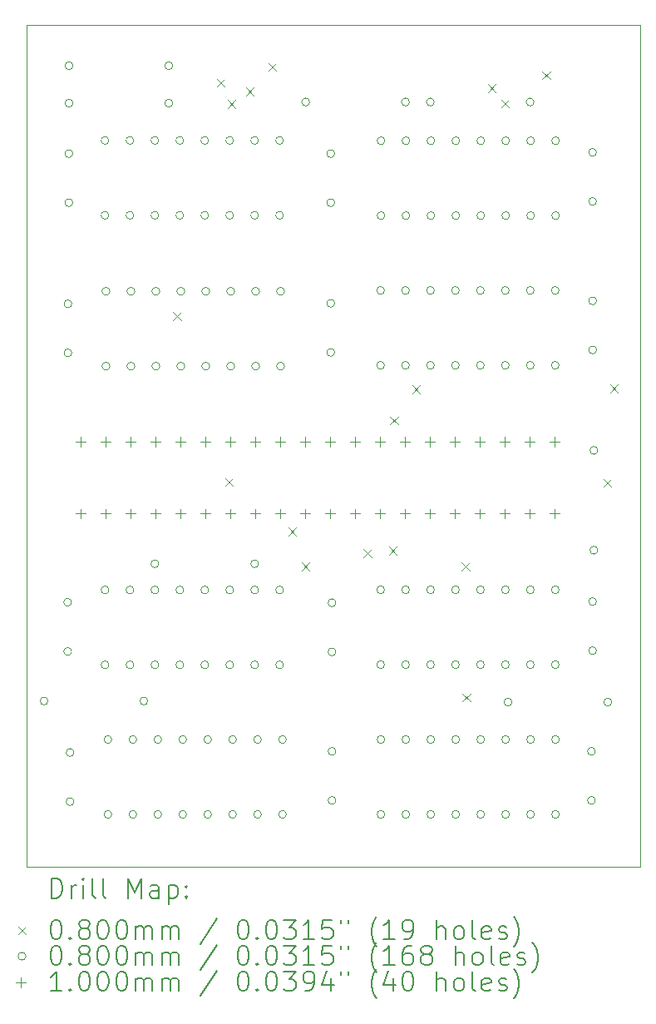
<source format=gbr>
%TF.GenerationSoftware,KiCad,Pcbnew,7.0.7*%
%TF.CreationDate,2023-11-11T16:10:02+00:00*%
%TF.ProjectId,Lynx-MK1-MEM,4c796e78-2d4d-44b3-912d-4d454d2e6b69,rev?*%
%TF.SameCoordinates,Original*%
%TF.FileFunction,Drillmap*%
%TF.FilePolarity,Positive*%
%FSLAX45Y45*%
G04 Gerber Fmt 4.5, Leading zero omitted, Abs format (unit mm)*
G04 Created by KiCad (PCBNEW 7.0.7) date 2023-11-11 16:10:02*
%MOMM*%
%LPD*%
G01*
G04 APERTURE LIST*
%ADD10C,0.100000*%
%ADD11C,0.200000*%
%ADD12C,0.080000*%
G04 APERTURE END LIST*
D10*
X7556500Y-5918200D02*
X13804900Y-5918200D01*
X13804900Y-14490700D01*
X7556500Y-14490700D01*
X7556500Y-5918200D01*
D11*
D12*
X9049000Y-8845000D02*
X9129000Y-8925000D01*
X9129000Y-8845000D02*
X9049000Y-8925000D01*
X9495000Y-6469000D02*
X9575000Y-6549000D01*
X9575000Y-6469000D02*
X9495000Y-6549000D01*
X9582000Y-10533000D02*
X9662000Y-10613000D01*
X9662000Y-10533000D02*
X9582000Y-10613000D01*
X9606000Y-6684000D02*
X9686000Y-6764000D01*
X9686000Y-6684000D02*
X9606000Y-6764000D01*
X9793000Y-6559000D02*
X9873000Y-6639000D01*
X9873000Y-6559000D02*
X9793000Y-6639000D01*
X10019000Y-6308000D02*
X10099000Y-6388000D01*
X10099000Y-6308000D02*
X10019000Y-6388000D01*
X10222000Y-11037000D02*
X10302000Y-11117000D01*
X10302000Y-11037000D02*
X10222000Y-11117000D01*
X10359000Y-11394000D02*
X10439000Y-11474000D01*
X10439000Y-11394000D02*
X10359000Y-11474000D01*
X10990000Y-11256000D02*
X11070000Y-11336000D01*
X11070000Y-11256000D02*
X10990000Y-11336000D01*
X11247000Y-11233000D02*
X11327000Y-11313000D01*
X11327000Y-11233000D02*
X11247000Y-11313000D01*
X11261000Y-9909000D02*
X11341000Y-9989000D01*
X11341000Y-9909000D02*
X11261000Y-9989000D01*
X11485000Y-9589000D02*
X11565000Y-9669000D01*
X11565000Y-9589000D02*
X11485000Y-9669000D01*
X11990000Y-11392000D02*
X12070000Y-11472000D01*
X12070000Y-11392000D02*
X11990000Y-11472000D01*
X11998000Y-12725000D02*
X12078000Y-12805000D01*
X12078000Y-12725000D02*
X11998000Y-12805000D01*
X12257000Y-6526000D02*
X12337000Y-6606000D01*
X12337000Y-6526000D02*
X12257000Y-6606000D01*
X12392000Y-6683000D02*
X12472000Y-6763000D01*
X12472000Y-6683000D02*
X12392000Y-6763000D01*
X12811000Y-6394000D02*
X12891000Y-6474000D01*
X12891000Y-6394000D02*
X12811000Y-6474000D01*
X13432000Y-10542000D02*
X13512000Y-10622000D01*
X13512000Y-10542000D02*
X13432000Y-10622000D01*
X13502000Y-9581000D02*
X13582000Y-9661000D01*
X13582000Y-9581000D02*
X13502000Y-9661000D01*
X7776300Y-12801600D02*
G75*
G03*
X7776300Y-12801600I-40000J0D01*
G01*
X8017000Y-11797000D02*
G75*
G03*
X8017000Y-11797000I-40000J0D01*
G01*
X8017000Y-12297000D02*
G75*
G03*
X8017000Y-12297000I-40000J0D01*
G01*
X8019000Y-8759000D02*
G75*
G03*
X8019000Y-8759000I-40000J0D01*
G01*
X8019000Y-9259000D02*
G75*
G03*
X8019000Y-9259000I-40000J0D01*
G01*
X8028300Y-7230300D02*
G75*
G03*
X8028300Y-7230300I-40000J0D01*
G01*
X8028300Y-7730300D02*
G75*
G03*
X8028300Y-7730300I-40000J0D01*
G01*
X8030300Y-6337300D02*
G75*
G03*
X8030300Y-6337300I-40000J0D01*
G01*
X8030300Y-6718300D02*
G75*
G03*
X8030300Y-6718300I-40000J0D01*
G01*
X8041000Y-13326300D02*
G75*
G03*
X8041000Y-13326300I-40000J0D01*
G01*
X8041000Y-13826300D02*
G75*
G03*
X8041000Y-13826300I-40000J0D01*
G01*
X8396000Y-7096000D02*
G75*
G03*
X8396000Y-7096000I-40000J0D01*
G01*
X8396000Y-7858000D02*
G75*
G03*
X8396000Y-7858000I-40000J0D01*
G01*
X8396600Y-11671300D02*
G75*
G03*
X8396600Y-11671300I-40000J0D01*
G01*
X8396600Y-12433300D02*
G75*
G03*
X8396600Y-12433300I-40000J0D01*
G01*
X8406760Y-8630920D02*
G75*
G03*
X8406760Y-8630920I-40000J0D01*
G01*
X8406760Y-9392920D02*
G75*
G03*
X8406760Y-9392920I-40000J0D01*
G01*
X8425543Y-13194300D02*
G75*
G03*
X8425543Y-13194300I-40000J0D01*
G01*
X8425543Y-13956300D02*
G75*
G03*
X8425543Y-13956300I-40000J0D01*
G01*
X8650000Y-7096000D02*
G75*
G03*
X8650000Y-7096000I-40000J0D01*
G01*
X8650000Y-7858000D02*
G75*
G03*
X8650000Y-7858000I-40000J0D01*
G01*
X8650600Y-11671300D02*
G75*
G03*
X8650600Y-11671300I-40000J0D01*
G01*
X8650600Y-12433300D02*
G75*
G03*
X8650600Y-12433300I-40000J0D01*
G01*
X8660760Y-8630920D02*
G75*
G03*
X8660760Y-8630920I-40000J0D01*
G01*
X8660760Y-9392920D02*
G75*
G03*
X8660760Y-9392920I-40000J0D01*
G01*
X8679543Y-13194300D02*
G75*
G03*
X8679543Y-13194300I-40000J0D01*
G01*
X8679543Y-13956300D02*
G75*
G03*
X8679543Y-13956300I-40000J0D01*
G01*
X8792300Y-12801600D02*
G75*
G03*
X8792300Y-12801600I-40000J0D01*
G01*
X8904000Y-7096000D02*
G75*
G03*
X8904000Y-7096000I-40000J0D01*
G01*
X8904000Y-7858000D02*
G75*
G03*
X8904000Y-7858000I-40000J0D01*
G01*
X8904600Y-11671300D02*
G75*
G03*
X8904600Y-11671300I-40000J0D01*
G01*
X8904600Y-12433300D02*
G75*
G03*
X8904600Y-12433300I-40000J0D01*
G01*
X8905000Y-11405000D02*
G75*
G03*
X8905000Y-11405000I-40000J0D01*
G01*
X8914760Y-8630920D02*
G75*
G03*
X8914760Y-8630920I-40000J0D01*
G01*
X8914760Y-9392920D02*
G75*
G03*
X8914760Y-9392920I-40000J0D01*
G01*
X8933543Y-13194300D02*
G75*
G03*
X8933543Y-13194300I-40000J0D01*
G01*
X8933543Y-13956300D02*
G75*
G03*
X8933543Y-13956300I-40000J0D01*
G01*
X9046300Y-6337300D02*
G75*
G03*
X9046300Y-6337300I-40000J0D01*
G01*
X9046300Y-6718300D02*
G75*
G03*
X9046300Y-6718300I-40000J0D01*
G01*
X9158000Y-7096000D02*
G75*
G03*
X9158000Y-7096000I-40000J0D01*
G01*
X9158000Y-7858000D02*
G75*
G03*
X9158000Y-7858000I-40000J0D01*
G01*
X9158600Y-11671300D02*
G75*
G03*
X9158600Y-11671300I-40000J0D01*
G01*
X9158600Y-12433300D02*
G75*
G03*
X9158600Y-12433300I-40000J0D01*
G01*
X9168760Y-8630920D02*
G75*
G03*
X9168760Y-8630920I-40000J0D01*
G01*
X9168760Y-9392920D02*
G75*
G03*
X9168760Y-9392920I-40000J0D01*
G01*
X9187543Y-13194300D02*
G75*
G03*
X9187543Y-13194300I-40000J0D01*
G01*
X9187543Y-13956300D02*
G75*
G03*
X9187543Y-13956300I-40000J0D01*
G01*
X9412000Y-7096000D02*
G75*
G03*
X9412000Y-7096000I-40000J0D01*
G01*
X9412000Y-7858000D02*
G75*
G03*
X9412000Y-7858000I-40000J0D01*
G01*
X9412600Y-11671300D02*
G75*
G03*
X9412600Y-11671300I-40000J0D01*
G01*
X9412600Y-12433300D02*
G75*
G03*
X9412600Y-12433300I-40000J0D01*
G01*
X9422760Y-8630920D02*
G75*
G03*
X9422760Y-8630920I-40000J0D01*
G01*
X9422760Y-9392920D02*
G75*
G03*
X9422760Y-9392920I-40000J0D01*
G01*
X9441543Y-13194300D02*
G75*
G03*
X9441543Y-13194300I-40000J0D01*
G01*
X9441543Y-13956300D02*
G75*
G03*
X9441543Y-13956300I-40000J0D01*
G01*
X9666000Y-7096000D02*
G75*
G03*
X9666000Y-7096000I-40000J0D01*
G01*
X9666000Y-7858000D02*
G75*
G03*
X9666000Y-7858000I-40000J0D01*
G01*
X9666600Y-11671300D02*
G75*
G03*
X9666600Y-11671300I-40000J0D01*
G01*
X9666600Y-12433300D02*
G75*
G03*
X9666600Y-12433300I-40000J0D01*
G01*
X9676760Y-8630920D02*
G75*
G03*
X9676760Y-8630920I-40000J0D01*
G01*
X9676760Y-9392920D02*
G75*
G03*
X9676760Y-9392920I-40000J0D01*
G01*
X9695543Y-13194300D02*
G75*
G03*
X9695543Y-13194300I-40000J0D01*
G01*
X9695543Y-13956300D02*
G75*
G03*
X9695543Y-13956300I-40000J0D01*
G01*
X9920000Y-7096000D02*
G75*
G03*
X9920000Y-7096000I-40000J0D01*
G01*
X9920000Y-7858000D02*
G75*
G03*
X9920000Y-7858000I-40000J0D01*
G01*
X9920600Y-11671300D02*
G75*
G03*
X9920600Y-11671300I-40000J0D01*
G01*
X9920600Y-12433300D02*
G75*
G03*
X9920600Y-12433300I-40000J0D01*
G01*
X9921000Y-11405000D02*
G75*
G03*
X9921000Y-11405000I-40000J0D01*
G01*
X9930760Y-8630920D02*
G75*
G03*
X9930760Y-8630920I-40000J0D01*
G01*
X9930760Y-9392920D02*
G75*
G03*
X9930760Y-9392920I-40000J0D01*
G01*
X9949543Y-13194300D02*
G75*
G03*
X9949543Y-13194300I-40000J0D01*
G01*
X9949543Y-13956300D02*
G75*
G03*
X9949543Y-13956300I-40000J0D01*
G01*
X10174000Y-7096000D02*
G75*
G03*
X10174000Y-7096000I-40000J0D01*
G01*
X10174000Y-7858000D02*
G75*
G03*
X10174000Y-7858000I-40000J0D01*
G01*
X10174600Y-11671300D02*
G75*
G03*
X10174600Y-11671300I-40000J0D01*
G01*
X10174600Y-12433300D02*
G75*
G03*
X10174600Y-12433300I-40000J0D01*
G01*
X10184760Y-8630920D02*
G75*
G03*
X10184760Y-8630920I-40000J0D01*
G01*
X10184760Y-9392920D02*
G75*
G03*
X10184760Y-9392920I-40000J0D01*
G01*
X10203543Y-13194300D02*
G75*
G03*
X10203543Y-13194300I-40000J0D01*
G01*
X10203543Y-13956300D02*
G75*
G03*
X10203543Y-13956300I-40000J0D01*
G01*
X10440000Y-6705600D02*
G75*
G03*
X10440000Y-6705600I-40000J0D01*
G01*
X10695300Y-7230300D02*
G75*
G03*
X10695300Y-7230300I-40000J0D01*
G01*
X10695300Y-7730300D02*
G75*
G03*
X10695300Y-7730300I-40000J0D01*
G01*
X10695300Y-8754300D02*
G75*
G03*
X10695300Y-8754300I-40000J0D01*
G01*
X10695300Y-9254300D02*
G75*
G03*
X10695300Y-9254300I-40000J0D01*
G01*
X10708000Y-11802300D02*
G75*
G03*
X10708000Y-11802300I-40000J0D01*
G01*
X10708000Y-12302300D02*
G75*
G03*
X10708000Y-12302300I-40000J0D01*
G01*
X10708000Y-13313600D02*
G75*
G03*
X10708000Y-13313600I-40000J0D01*
G01*
X10708000Y-13813600D02*
G75*
G03*
X10708000Y-13813600I-40000J0D01*
G01*
X11203300Y-8623300D02*
G75*
G03*
X11203300Y-8623300I-40000J0D01*
G01*
X11203300Y-9385300D02*
G75*
G03*
X11203300Y-9385300I-40000J0D01*
G01*
X11203300Y-11670300D02*
G75*
G03*
X11203300Y-11670300I-40000J0D01*
G01*
X11203300Y-12432300D02*
G75*
G03*
X11203300Y-12432300I-40000J0D01*
G01*
X11206842Y-7099300D02*
G75*
G03*
X11206842Y-7099300I-40000J0D01*
G01*
X11206842Y-7861300D02*
G75*
G03*
X11206842Y-7861300I-40000J0D01*
G01*
X11206842Y-13194300D02*
G75*
G03*
X11206842Y-13194300I-40000J0D01*
G01*
X11206842Y-13956300D02*
G75*
G03*
X11206842Y-13956300I-40000J0D01*
G01*
X11456000Y-6705600D02*
G75*
G03*
X11456000Y-6705600I-40000J0D01*
G01*
X11457300Y-8623300D02*
G75*
G03*
X11457300Y-8623300I-40000J0D01*
G01*
X11457300Y-9385300D02*
G75*
G03*
X11457300Y-9385300I-40000J0D01*
G01*
X11457300Y-11670300D02*
G75*
G03*
X11457300Y-11670300I-40000J0D01*
G01*
X11457300Y-12432300D02*
G75*
G03*
X11457300Y-12432300I-40000J0D01*
G01*
X11460842Y-7099300D02*
G75*
G03*
X11460842Y-7099300I-40000J0D01*
G01*
X11460842Y-7861300D02*
G75*
G03*
X11460842Y-7861300I-40000J0D01*
G01*
X11460842Y-13194300D02*
G75*
G03*
X11460842Y-13194300I-40000J0D01*
G01*
X11460842Y-13956300D02*
G75*
G03*
X11460842Y-13956300I-40000J0D01*
G01*
X11709300Y-6705600D02*
G75*
G03*
X11709300Y-6705600I-40000J0D01*
G01*
X11711300Y-8623300D02*
G75*
G03*
X11711300Y-8623300I-40000J0D01*
G01*
X11711300Y-9385300D02*
G75*
G03*
X11711300Y-9385300I-40000J0D01*
G01*
X11711300Y-11670300D02*
G75*
G03*
X11711300Y-11670300I-40000J0D01*
G01*
X11711300Y-12432300D02*
G75*
G03*
X11711300Y-12432300I-40000J0D01*
G01*
X11714842Y-7099300D02*
G75*
G03*
X11714842Y-7099300I-40000J0D01*
G01*
X11714842Y-7861300D02*
G75*
G03*
X11714842Y-7861300I-40000J0D01*
G01*
X11714842Y-13194300D02*
G75*
G03*
X11714842Y-13194300I-40000J0D01*
G01*
X11714842Y-13956300D02*
G75*
G03*
X11714842Y-13956300I-40000J0D01*
G01*
X11965300Y-8623300D02*
G75*
G03*
X11965300Y-8623300I-40000J0D01*
G01*
X11965300Y-9385300D02*
G75*
G03*
X11965300Y-9385300I-40000J0D01*
G01*
X11965300Y-11670300D02*
G75*
G03*
X11965300Y-11670300I-40000J0D01*
G01*
X11965300Y-12432300D02*
G75*
G03*
X11965300Y-12432300I-40000J0D01*
G01*
X11968842Y-7099300D02*
G75*
G03*
X11968842Y-7099300I-40000J0D01*
G01*
X11968842Y-7861300D02*
G75*
G03*
X11968842Y-7861300I-40000J0D01*
G01*
X11968842Y-13194300D02*
G75*
G03*
X11968842Y-13194300I-40000J0D01*
G01*
X11968842Y-13956300D02*
G75*
G03*
X11968842Y-13956300I-40000J0D01*
G01*
X12219300Y-8623300D02*
G75*
G03*
X12219300Y-8623300I-40000J0D01*
G01*
X12219300Y-9385300D02*
G75*
G03*
X12219300Y-9385300I-40000J0D01*
G01*
X12219300Y-11670300D02*
G75*
G03*
X12219300Y-11670300I-40000J0D01*
G01*
X12219300Y-12432300D02*
G75*
G03*
X12219300Y-12432300I-40000J0D01*
G01*
X12222842Y-7099300D02*
G75*
G03*
X12222842Y-7099300I-40000J0D01*
G01*
X12222842Y-7861300D02*
G75*
G03*
X12222842Y-7861300I-40000J0D01*
G01*
X12222842Y-13194300D02*
G75*
G03*
X12222842Y-13194300I-40000J0D01*
G01*
X12222842Y-13956300D02*
G75*
G03*
X12222842Y-13956300I-40000J0D01*
G01*
X12473300Y-8623300D02*
G75*
G03*
X12473300Y-8623300I-40000J0D01*
G01*
X12473300Y-9385300D02*
G75*
G03*
X12473300Y-9385300I-40000J0D01*
G01*
X12473300Y-11670300D02*
G75*
G03*
X12473300Y-11670300I-40000J0D01*
G01*
X12473300Y-12432300D02*
G75*
G03*
X12473300Y-12432300I-40000J0D01*
G01*
X12476842Y-7099300D02*
G75*
G03*
X12476842Y-7099300I-40000J0D01*
G01*
X12476842Y-7861300D02*
G75*
G03*
X12476842Y-7861300I-40000J0D01*
G01*
X12476842Y-13194300D02*
G75*
G03*
X12476842Y-13194300I-40000J0D01*
G01*
X12476842Y-13956300D02*
G75*
G03*
X12476842Y-13956300I-40000J0D01*
G01*
X12500700Y-12814300D02*
G75*
G03*
X12500700Y-12814300I-40000J0D01*
G01*
X12725300Y-6705600D02*
G75*
G03*
X12725300Y-6705600I-40000J0D01*
G01*
X12727300Y-8623300D02*
G75*
G03*
X12727300Y-8623300I-40000J0D01*
G01*
X12727300Y-9385300D02*
G75*
G03*
X12727300Y-9385300I-40000J0D01*
G01*
X12727300Y-11670300D02*
G75*
G03*
X12727300Y-11670300I-40000J0D01*
G01*
X12727300Y-12432300D02*
G75*
G03*
X12727300Y-12432300I-40000J0D01*
G01*
X12730842Y-7099300D02*
G75*
G03*
X12730842Y-7099300I-40000J0D01*
G01*
X12730842Y-7861300D02*
G75*
G03*
X12730842Y-7861300I-40000J0D01*
G01*
X12730842Y-13194300D02*
G75*
G03*
X12730842Y-13194300I-40000J0D01*
G01*
X12730842Y-13956300D02*
G75*
G03*
X12730842Y-13956300I-40000J0D01*
G01*
X12981300Y-8623300D02*
G75*
G03*
X12981300Y-8623300I-40000J0D01*
G01*
X12981300Y-9385300D02*
G75*
G03*
X12981300Y-9385300I-40000J0D01*
G01*
X12981300Y-11670300D02*
G75*
G03*
X12981300Y-11670300I-40000J0D01*
G01*
X12981300Y-12432300D02*
G75*
G03*
X12981300Y-12432300I-40000J0D01*
G01*
X12984842Y-7099300D02*
G75*
G03*
X12984842Y-7099300I-40000J0D01*
G01*
X12984842Y-7861300D02*
G75*
G03*
X12984842Y-7861300I-40000J0D01*
G01*
X12984842Y-13194300D02*
G75*
G03*
X12984842Y-13194300I-40000J0D01*
G01*
X12984842Y-13956300D02*
G75*
G03*
X12984842Y-13956300I-40000J0D01*
G01*
X13349600Y-13313600D02*
G75*
G03*
X13349600Y-13313600I-40000J0D01*
G01*
X13349600Y-13813600D02*
G75*
G03*
X13349600Y-13813600I-40000J0D01*
G01*
X13362300Y-7217600D02*
G75*
G03*
X13362300Y-7217600I-40000J0D01*
G01*
X13362300Y-7717600D02*
G75*
G03*
X13362300Y-7717600I-40000J0D01*
G01*
X13362300Y-8728900D02*
G75*
G03*
X13362300Y-8728900I-40000J0D01*
G01*
X13362300Y-9228900D02*
G75*
G03*
X13362300Y-9228900I-40000J0D01*
G01*
X13362300Y-11789600D02*
G75*
G03*
X13362300Y-11789600I-40000J0D01*
G01*
X13362300Y-12289600D02*
G75*
G03*
X13362300Y-12289600I-40000J0D01*
G01*
X13375000Y-10250900D02*
G75*
G03*
X13375000Y-10250900I-40000J0D01*
G01*
X13375000Y-11266900D02*
G75*
G03*
X13375000Y-11266900I-40000J0D01*
G01*
X13516700Y-12814300D02*
G75*
G03*
X13516700Y-12814300I-40000J0D01*
G01*
D10*
X8109000Y-10115000D02*
X8109000Y-10215000D01*
X8059000Y-10165000D02*
X8159000Y-10165000D01*
X8109000Y-10845000D02*
X8109000Y-10945000D01*
X8059000Y-10895000D02*
X8159000Y-10895000D01*
X8363000Y-10115000D02*
X8363000Y-10215000D01*
X8313000Y-10165000D02*
X8413000Y-10165000D01*
X8363000Y-10845000D02*
X8363000Y-10945000D01*
X8313000Y-10895000D02*
X8413000Y-10895000D01*
X8617000Y-10115000D02*
X8617000Y-10215000D01*
X8567000Y-10165000D02*
X8667000Y-10165000D01*
X8617000Y-10845000D02*
X8617000Y-10945000D01*
X8567000Y-10895000D02*
X8667000Y-10895000D01*
X8871000Y-10115000D02*
X8871000Y-10215000D01*
X8821000Y-10165000D02*
X8921000Y-10165000D01*
X8871000Y-10845000D02*
X8871000Y-10945000D01*
X8821000Y-10895000D02*
X8921000Y-10895000D01*
X9125000Y-10115000D02*
X9125000Y-10215000D01*
X9075000Y-10165000D02*
X9175000Y-10165000D01*
X9125000Y-10845000D02*
X9125000Y-10945000D01*
X9075000Y-10895000D02*
X9175000Y-10895000D01*
X9379000Y-10115000D02*
X9379000Y-10215000D01*
X9329000Y-10165000D02*
X9429000Y-10165000D01*
X9379000Y-10845000D02*
X9379000Y-10945000D01*
X9329000Y-10895000D02*
X9429000Y-10895000D01*
X9633000Y-10115000D02*
X9633000Y-10215000D01*
X9583000Y-10165000D02*
X9683000Y-10165000D01*
X9633000Y-10845000D02*
X9633000Y-10945000D01*
X9583000Y-10895000D02*
X9683000Y-10895000D01*
X9887000Y-10115000D02*
X9887000Y-10215000D01*
X9837000Y-10165000D02*
X9937000Y-10165000D01*
X9887000Y-10845000D02*
X9887000Y-10945000D01*
X9837000Y-10895000D02*
X9937000Y-10895000D01*
X10141000Y-10115000D02*
X10141000Y-10215000D01*
X10091000Y-10165000D02*
X10191000Y-10165000D01*
X10141000Y-10845000D02*
X10141000Y-10945000D01*
X10091000Y-10895000D02*
X10191000Y-10895000D01*
X10395000Y-10115000D02*
X10395000Y-10215000D01*
X10345000Y-10165000D02*
X10445000Y-10165000D01*
X10395000Y-10845000D02*
X10395000Y-10945000D01*
X10345000Y-10895000D02*
X10445000Y-10895000D01*
X10649000Y-10115000D02*
X10649000Y-10215000D01*
X10599000Y-10165000D02*
X10699000Y-10165000D01*
X10649000Y-10845000D02*
X10649000Y-10945000D01*
X10599000Y-10895000D02*
X10699000Y-10895000D01*
X10903000Y-10115000D02*
X10903000Y-10215000D01*
X10853000Y-10165000D02*
X10953000Y-10165000D01*
X10903000Y-10845000D02*
X10903000Y-10945000D01*
X10853000Y-10895000D02*
X10953000Y-10895000D01*
X11157000Y-10115000D02*
X11157000Y-10215000D01*
X11107000Y-10165000D02*
X11207000Y-10165000D01*
X11157000Y-10845000D02*
X11157000Y-10945000D01*
X11107000Y-10895000D02*
X11207000Y-10895000D01*
X11411000Y-10115000D02*
X11411000Y-10215000D01*
X11361000Y-10165000D02*
X11461000Y-10165000D01*
X11411000Y-10845000D02*
X11411000Y-10945000D01*
X11361000Y-10895000D02*
X11461000Y-10895000D01*
X11665000Y-10115000D02*
X11665000Y-10215000D01*
X11615000Y-10165000D02*
X11715000Y-10165000D01*
X11665000Y-10845000D02*
X11665000Y-10945000D01*
X11615000Y-10895000D02*
X11715000Y-10895000D01*
X11919000Y-10115000D02*
X11919000Y-10215000D01*
X11869000Y-10165000D02*
X11969000Y-10165000D01*
X11919000Y-10845000D02*
X11919000Y-10945000D01*
X11869000Y-10895000D02*
X11969000Y-10895000D01*
X12173000Y-10115000D02*
X12173000Y-10215000D01*
X12123000Y-10165000D02*
X12223000Y-10165000D01*
X12173000Y-10845000D02*
X12173000Y-10945000D01*
X12123000Y-10895000D02*
X12223000Y-10895000D01*
X12427000Y-10115000D02*
X12427000Y-10215000D01*
X12377000Y-10165000D02*
X12477000Y-10165000D01*
X12427000Y-10845000D02*
X12427000Y-10945000D01*
X12377000Y-10895000D02*
X12477000Y-10895000D01*
X12681000Y-10115000D02*
X12681000Y-10215000D01*
X12631000Y-10165000D02*
X12731000Y-10165000D01*
X12681000Y-10845000D02*
X12681000Y-10945000D01*
X12631000Y-10895000D02*
X12731000Y-10895000D01*
X12935000Y-10115000D02*
X12935000Y-10215000D01*
X12885000Y-10165000D02*
X12985000Y-10165000D01*
X12935000Y-10845000D02*
X12935000Y-10945000D01*
X12885000Y-10895000D02*
X12985000Y-10895000D01*
D11*
X7812277Y-14807184D02*
X7812277Y-14607184D01*
X7812277Y-14607184D02*
X7859896Y-14607184D01*
X7859896Y-14607184D02*
X7888467Y-14616708D01*
X7888467Y-14616708D02*
X7907515Y-14635755D01*
X7907515Y-14635755D02*
X7917039Y-14654803D01*
X7917039Y-14654803D02*
X7926562Y-14692898D01*
X7926562Y-14692898D02*
X7926562Y-14721469D01*
X7926562Y-14721469D02*
X7917039Y-14759565D01*
X7917039Y-14759565D02*
X7907515Y-14778612D01*
X7907515Y-14778612D02*
X7888467Y-14797660D01*
X7888467Y-14797660D02*
X7859896Y-14807184D01*
X7859896Y-14807184D02*
X7812277Y-14807184D01*
X8012277Y-14807184D02*
X8012277Y-14673850D01*
X8012277Y-14711946D02*
X8021801Y-14692898D01*
X8021801Y-14692898D02*
X8031324Y-14683374D01*
X8031324Y-14683374D02*
X8050372Y-14673850D01*
X8050372Y-14673850D02*
X8069420Y-14673850D01*
X8136086Y-14807184D02*
X8136086Y-14673850D01*
X8136086Y-14607184D02*
X8126562Y-14616708D01*
X8126562Y-14616708D02*
X8136086Y-14626231D01*
X8136086Y-14626231D02*
X8145610Y-14616708D01*
X8145610Y-14616708D02*
X8136086Y-14607184D01*
X8136086Y-14607184D02*
X8136086Y-14626231D01*
X8259896Y-14807184D02*
X8240848Y-14797660D01*
X8240848Y-14797660D02*
X8231324Y-14778612D01*
X8231324Y-14778612D02*
X8231324Y-14607184D01*
X8364658Y-14807184D02*
X8345610Y-14797660D01*
X8345610Y-14797660D02*
X8336086Y-14778612D01*
X8336086Y-14778612D02*
X8336086Y-14607184D01*
X8593229Y-14807184D02*
X8593229Y-14607184D01*
X8593229Y-14607184D02*
X8659896Y-14750041D01*
X8659896Y-14750041D02*
X8726563Y-14607184D01*
X8726563Y-14607184D02*
X8726563Y-14807184D01*
X8907515Y-14807184D02*
X8907515Y-14702422D01*
X8907515Y-14702422D02*
X8897991Y-14683374D01*
X8897991Y-14683374D02*
X8878944Y-14673850D01*
X8878944Y-14673850D02*
X8840848Y-14673850D01*
X8840848Y-14673850D02*
X8821801Y-14683374D01*
X8907515Y-14797660D02*
X8888467Y-14807184D01*
X8888467Y-14807184D02*
X8840848Y-14807184D01*
X8840848Y-14807184D02*
X8821801Y-14797660D01*
X8821801Y-14797660D02*
X8812277Y-14778612D01*
X8812277Y-14778612D02*
X8812277Y-14759565D01*
X8812277Y-14759565D02*
X8821801Y-14740517D01*
X8821801Y-14740517D02*
X8840848Y-14730993D01*
X8840848Y-14730993D02*
X8888467Y-14730993D01*
X8888467Y-14730993D02*
X8907515Y-14721469D01*
X9002753Y-14673850D02*
X9002753Y-14873850D01*
X9002753Y-14683374D02*
X9021801Y-14673850D01*
X9021801Y-14673850D02*
X9059896Y-14673850D01*
X9059896Y-14673850D02*
X9078944Y-14683374D01*
X9078944Y-14683374D02*
X9088467Y-14692898D01*
X9088467Y-14692898D02*
X9097991Y-14711946D01*
X9097991Y-14711946D02*
X9097991Y-14769088D01*
X9097991Y-14769088D02*
X9088467Y-14788136D01*
X9088467Y-14788136D02*
X9078944Y-14797660D01*
X9078944Y-14797660D02*
X9059896Y-14807184D01*
X9059896Y-14807184D02*
X9021801Y-14807184D01*
X9021801Y-14807184D02*
X9002753Y-14797660D01*
X9183705Y-14788136D02*
X9193229Y-14797660D01*
X9193229Y-14797660D02*
X9183705Y-14807184D01*
X9183705Y-14807184D02*
X9174182Y-14797660D01*
X9174182Y-14797660D02*
X9183705Y-14788136D01*
X9183705Y-14788136D02*
X9183705Y-14807184D01*
X9183705Y-14683374D02*
X9193229Y-14692898D01*
X9193229Y-14692898D02*
X9183705Y-14702422D01*
X9183705Y-14702422D02*
X9174182Y-14692898D01*
X9174182Y-14692898D02*
X9183705Y-14683374D01*
X9183705Y-14683374D02*
X9183705Y-14702422D01*
D12*
X7471500Y-15095700D02*
X7551500Y-15175700D01*
X7551500Y-15095700D02*
X7471500Y-15175700D01*
D11*
X7850372Y-15027184D02*
X7869420Y-15027184D01*
X7869420Y-15027184D02*
X7888467Y-15036708D01*
X7888467Y-15036708D02*
X7897991Y-15046231D01*
X7897991Y-15046231D02*
X7907515Y-15065279D01*
X7907515Y-15065279D02*
X7917039Y-15103374D01*
X7917039Y-15103374D02*
X7917039Y-15150993D01*
X7917039Y-15150993D02*
X7907515Y-15189088D01*
X7907515Y-15189088D02*
X7897991Y-15208136D01*
X7897991Y-15208136D02*
X7888467Y-15217660D01*
X7888467Y-15217660D02*
X7869420Y-15227184D01*
X7869420Y-15227184D02*
X7850372Y-15227184D01*
X7850372Y-15227184D02*
X7831324Y-15217660D01*
X7831324Y-15217660D02*
X7821801Y-15208136D01*
X7821801Y-15208136D02*
X7812277Y-15189088D01*
X7812277Y-15189088D02*
X7802753Y-15150993D01*
X7802753Y-15150993D02*
X7802753Y-15103374D01*
X7802753Y-15103374D02*
X7812277Y-15065279D01*
X7812277Y-15065279D02*
X7821801Y-15046231D01*
X7821801Y-15046231D02*
X7831324Y-15036708D01*
X7831324Y-15036708D02*
X7850372Y-15027184D01*
X8002753Y-15208136D02*
X8012277Y-15217660D01*
X8012277Y-15217660D02*
X8002753Y-15227184D01*
X8002753Y-15227184D02*
X7993229Y-15217660D01*
X7993229Y-15217660D02*
X8002753Y-15208136D01*
X8002753Y-15208136D02*
X8002753Y-15227184D01*
X8126562Y-15112898D02*
X8107515Y-15103374D01*
X8107515Y-15103374D02*
X8097991Y-15093850D01*
X8097991Y-15093850D02*
X8088467Y-15074803D01*
X8088467Y-15074803D02*
X8088467Y-15065279D01*
X8088467Y-15065279D02*
X8097991Y-15046231D01*
X8097991Y-15046231D02*
X8107515Y-15036708D01*
X8107515Y-15036708D02*
X8126562Y-15027184D01*
X8126562Y-15027184D02*
X8164658Y-15027184D01*
X8164658Y-15027184D02*
X8183705Y-15036708D01*
X8183705Y-15036708D02*
X8193229Y-15046231D01*
X8193229Y-15046231D02*
X8202753Y-15065279D01*
X8202753Y-15065279D02*
X8202753Y-15074803D01*
X8202753Y-15074803D02*
X8193229Y-15093850D01*
X8193229Y-15093850D02*
X8183705Y-15103374D01*
X8183705Y-15103374D02*
X8164658Y-15112898D01*
X8164658Y-15112898D02*
X8126562Y-15112898D01*
X8126562Y-15112898D02*
X8107515Y-15122422D01*
X8107515Y-15122422D02*
X8097991Y-15131946D01*
X8097991Y-15131946D02*
X8088467Y-15150993D01*
X8088467Y-15150993D02*
X8088467Y-15189088D01*
X8088467Y-15189088D02*
X8097991Y-15208136D01*
X8097991Y-15208136D02*
X8107515Y-15217660D01*
X8107515Y-15217660D02*
X8126562Y-15227184D01*
X8126562Y-15227184D02*
X8164658Y-15227184D01*
X8164658Y-15227184D02*
X8183705Y-15217660D01*
X8183705Y-15217660D02*
X8193229Y-15208136D01*
X8193229Y-15208136D02*
X8202753Y-15189088D01*
X8202753Y-15189088D02*
X8202753Y-15150993D01*
X8202753Y-15150993D02*
X8193229Y-15131946D01*
X8193229Y-15131946D02*
X8183705Y-15122422D01*
X8183705Y-15122422D02*
X8164658Y-15112898D01*
X8326562Y-15027184D02*
X8345610Y-15027184D01*
X8345610Y-15027184D02*
X8364658Y-15036708D01*
X8364658Y-15036708D02*
X8374182Y-15046231D01*
X8374182Y-15046231D02*
X8383705Y-15065279D01*
X8383705Y-15065279D02*
X8393229Y-15103374D01*
X8393229Y-15103374D02*
X8393229Y-15150993D01*
X8393229Y-15150993D02*
X8383705Y-15189088D01*
X8383705Y-15189088D02*
X8374182Y-15208136D01*
X8374182Y-15208136D02*
X8364658Y-15217660D01*
X8364658Y-15217660D02*
X8345610Y-15227184D01*
X8345610Y-15227184D02*
X8326562Y-15227184D01*
X8326562Y-15227184D02*
X8307515Y-15217660D01*
X8307515Y-15217660D02*
X8297991Y-15208136D01*
X8297991Y-15208136D02*
X8288467Y-15189088D01*
X8288467Y-15189088D02*
X8278943Y-15150993D01*
X8278943Y-15150993D02*
X8278943Y-15103374D01*
X8278943Y-15103374D02*
X8288467Y-15065279D01*
X8288467Y-15065279D02*
X8297991Y-15046231D01*
X8297991Y-15046231D02*
X8307515Y-15036708D01*
X8307515Y-15036708D02*
X8326562Y-15027184D01*
X8517039Y-15027184D02*
X8536086Y-15027184D01*
X8536086Y-15027184D02*
X8555134Y-15036708D01*
X8555134Y-15036708D02*
X8564658Y-15046231D01*
X8564658Y-15046231D02*
X8574182Y-15065279D01*
X8574182Y-15065279D02*
X8583705Y-15103374D01*
X8583705Y-15103374D02*
X8583705Y-15150993D01*
X8583705Y-15150993D02*
X8574182Y-15189088D01*
X8574182Y-15189088D02*
X8564658Y-15208136D01*
X8564658Y-15208136D02*
X8555134Y-15217660D01*
X8555134Y-15217660D02*
X8536086Y-15227184D01*
X8536086Y-15227184D02*
X8517039Y-15227184D01*
X8517039Y-15227184D02*
X8497991Y-15217660D01*
X8497991Y-15217660D02*
X8488467Y-15208136D01*
X8488467Y-15208136D02*
X8478944Y-15189088D01*
X8478944Y-15189088D02*
X8469420Y-15150993D01*
X8469420Y-15150993D02*
X8469420Y-15103374D01*
X8469420Y-15103374D02*
X8478944Y-15065279D01*
X8478944Y-15065279D02*
X8488467Y-15046231D01*
X8488467Y-15046231D02*
X8497991Y-15036708D01*
X8497991Y-15036708D02*
X8517039Y-15027184D01*
X8669420Y-15227184D02*
X8669420Y-15093850D01*
X8669420Y-15112898D02*
X8678944Y-15103374D01*
X8678944Y-15103374D02*
X8697991Y-15093850D01*
X8697991Y-15093850D02*
X8726563Y-15093850D01*
X8726563Y-15093850D02*
X8745610Y-15103374D01*
X8745610Y-15103374D02*
X8755134Y-15122422D01*
X8755134Y-15122422D02*
X8755134Y-15227184D01*
X8755134Y-15122422D02*
X8764658Y-15103374D01*
X8764658Y-15103374D02*
X8783705Y-15093850D01*
X8783705Y-15093850D02*
X8812277Y-15093850D01*
X8812277Y-15093850D02*
X8831325Y-15103374D01*
X8831325Y-15103374D02*
X8840848Y-15122422D01*
X8840848Y-15122422D02*
X8840848Y-15227184D01*
X8936086Y-15227184D02*
X8936086Y-15093850D01*
X8936086Y-15112898D02*
X8945610Y-15103374D01*
X8945610Y-15103374D02*
X8964658Y-15093850D01*
X8964658Y-15093850D02*
X8993229Y-15093850D01*
X8993229Y-15093850D02*
X9012277Y-15103374D01*
X9012277Y-15103374D02*
X9021801Y-15122422D01*
X9021801Y-15122422D02*
X9021801Y-15227184D01*
X9021801Y-15122422D02*
X9031325Y-15103374D01*
X9031325Y-15103374D02*
X9050372Y-15093850D01*
X9050372Y-15093850D02*
X9078944Y-15093850D01*
X9078944Y-15093850D02*
X9097991Y-15103374D01*
X9097991Y-15103374D02*
X9107515Y-15122422D01*
X9107515Y-15122422D02*
X9107515Y-15227184D01*
X9497991Y-15017660D02*
X9326563Y-15274803D01*
X9755134Y-15027184D02*
X9774182Y-15027184D01*
X9774182Y-15027184D02*
X9793229Y-15036708D01*
X9793229Y-15036708D02*
X9802753Y-15046231D01*
X9802753Y-15046231D02*
X9812277Y-15065279D01*
X9812277Y-15065279D02*
X9821801Y-15103374D01*
X9821801Y-15103374D02*
X9821801Y-15150993D01*
X9821801Y-15150993D02*
X9812277Y-15189088D01*
X9812277Y-15189088D02*
X9802753Y-15208136D01*
X9802753Y-15208136D02*
X9793229Y-15217660D01*
X9793229Y-15217660D02*
X9774182Y-15227184D01*
X9774182Y-15227184D02*
X9755134Y-15227184D01*
X9755134Y-15227184D02*
X9736087Y-15217660D01*
X9736087Y-15217660D02*
X9726563Y-15208136D01*
X9726563Y-15208136D02*
X9717039Y-15189088D01*
X9717039Y-15189088D02*
X9707515Y-15150993D01*
X9707515Y-15150993D02*
X9707515Y-15103374D01*
X9707515Y-15103374D02*
X9717039Y-15065279D01*
X9717039Y-15065279D02*
X9726563Y-15046231D01*
X9726563Y-15046231D02*
X9736087Y-15036708D01*
X9736087Y-15036708D02*
X9755134Y-15027184D01*
X9907515Y-15208136D02*
X9917039Y-15217660D01*
X9917039Y-15217660D02*
X9907515Y-15227184D01*
X9907515Y-15227184D02*
X9897991Y-15217660D01*
X9897991Y-15217660D02*
X9907515Y-15208136D01*
X9907515Y-15208136D02*
X9907515Y-15227184D01*
X10040848Y-15027184D02*
X10059896Y-15027184D01*
X10059896Y-15027184D02*
X10078944Y-15036708D01*
X10078944Y-15036708D02*
X10088468Y-15046231D01*
X10088468Y-15046231D02*
X10097991Y-15065279D01*
X10097991Y-15065279D02*
X10107515Y-15103374D01*
X10107515Y-15103374D02*
X10107515Y-15150993D01*
X10107515Y-15150993D02*
X10097991Y-15189088D01*
X10097991Y-15189088D02*
X10088468Y-15208136D01*
X10088468Y-15208136D02*
X10078944Y-15217660D01*
X10078944Y-15217660D02*
X10059896Y-15227184D01*
X10059896Y-15227184D02*
X10040848Y-15227184D01*
X10040848Y-15227184D02*
X10021801Y-15217660D01*
X10021801Y-15217660D02*
X10012277Y-15208136D01*
X10012277Y-15208136D02*
X10002753Y-15189088D01*
X10002753Y-15189088D02*
X9993229Y-15150993D01*
X9993229Y-15150993D02*
X9993229Y-15103374D01*
X9993229Y-15103374D02*
X10002753Y-15065279D01*
X10002753Y-15065279D02*
X10012277Y-15046231D01*
X10012277Y-15046231D02*
X10021801Y-15036708D01*
X10021801Y-15036708D02*
X10040848Y-15027184D01*
X10174182Y-15027184D02*
X10297991Y-15027184D01*
X10297991Y-15027184D02*
X10231325Y-15103374D01*
X10231325Y-15103374D02*
X10259896Y-15103374D01*
X10259896Y-15103374D02*
X10278944Y-15112898D01*
X10278944Y-15112898D02*
X10288468Y-15122422D01*
X10288468Y-15122422D02*
X10297991Y-15141469D01*
X10297991Y-15141469D02*
X10297991Y-15189088D01*
X10297991Y-15189088D02*
X10288468Y-15208136D01*
X10288468Y-15208136D02*
X10278944Y-15217660D01*
X10278944Y-15217660D02*
X10259896Y-15227184D01*
X10259896Y-15227184D02*
X10202753Y-15227184D01*
X10202753Y-15227184D02*
X10183706Y-15217660D01*
X10183706Y-15217660D02*
X10174182Y-15208136D01*
X10488468Y-15227184D02*
X10374182Y-15227184D01*
X10431325Y-15227184D02*
X10431325Y-15027184D01*
X10431325Y-15027184D02*
X10412277Y-15055755D01*
X10412277Y-15055755D02*
X10393229Y-15074803D01*
X10393229Y-15074803D02*
X10374182Y-15084327D01*
X10669420Y-15027184D02*
X10574182Y-15027184D01*
X10574182Y-15027184D02*
X10564658Y-15122422D01*
X10564658Y-15122422D02*
X10574182Y-15112898D01*
X10574182Y-15112898D02*
X10593229Y-15103374D01*
X10593229Y-15103374D02*
X10640849Y-15103374D01*
X10640849Y-15103374D02*
X10659896Y-15112898D01*
X10659896Y-15112898D02*
X10669420Y-15122422D01*
X10669420Y-15122422D02*
X10678944Y-15141469D01*
X10678944Y-15141469D02*
X10678944Y-15189088D01*
X10678944Y-15189088D02*
X10669420Y-15208136D01*
X10669420Y-15208136D02*
X10659896Y-15217660D01*
X10659896Y-15217660D02*
X10640849Y-15227184D01*
X10640849Y-15227184D02*
X10593229Y-15227184D01*
X10593229Y-15227184D02*
X10574182Y-15217660D01*
X10574182Y-15217660D02*
X10564658Y-15208136D01*
X10755134Y-15027184D02*
X10755134Y-15065279D01*
X10831325Y-15027184D02*
X10831325Y-15065279D01*
X11126563Y-15303374D02*
X11117039Y-15293850D01*
X11117039Y-15293850D02*
X11097991Y-15265279D01*
X11097991Y-15265279D02*
X11088468Y-15246231D01*
X11088468Y-15246231D02*
X11078944Y-15217660D01*
X11078944Y-15217660D02*
X11069420Y-15170041D01*
X11069420Y-15170041D02*
X11069420Y-15131946D01*
X11069420Y-15131946D02*
X11078944Y-15084327D01*
X11078944Y-15084327D02*
X11088468Y-15055755D01*
X11088468Y-15055755D02*
X11097991Y-15036708D01*
X11097991Y-15036708D02*
X11117039Y-15008136D01*
X11117039Y-15008136D02*
X11126563Y-14998612D01*
X11307515Y-15227184D02*
X11193229Y-15227184D01*
X11250372Y-15227184D02*
X11250372Y-15027184D01*
X11250372Y-15027184D02*
X11231325Y-15055755D01*
X11231325Y-15055755D02*
X11212277Y-15074803D01*
X11212277Y-15074803D02*
X11193229Y-15084327D01*
X11402753Y-15227184D02*
X11440848Y-15227184D01*
X11440848Y-15227184D02*
X11459896Y-15217660D01*
X11459896Y-15217660D02*
X11469420Y-15208136D01*
X11469420Y-15208136D02*
X11488468Y-15179565D01*
X11488468Y-15179565D02*
X11497991Y-15141469D01*
X11497991Y-15141469D02*
X11497991Y-15065279D01*
X11497991Y-15065279D02*
X11488468Y-15046231D01*
X11488468Y-15046231D02*
X11478944Y-15036708D01*
X11478944Y-15036708D02*
X11459896Y-15027184D01*
X11459896Y-15027184D02*
X11421801Y-15027184D01*
X11421801Y-15027184D02*
X11402753Y-15036708D01*
X11402753Y-15036708D02*
X11393229Y-15046231D01*
X11393229Y-15046231D02*
X11383706Y-15065279D01*
X11383706Y-15065279D02*
X11383706Y-15112898D01*
X11383706Y-15112898D02*
X11393229Y-15131946D01*
X11393229Y-15131946D02*
X11402753Y-15141469D01*
X11402753Y-15141469D02*
X11421801Y-15150993D01*
X11421801Y-15150993D02*
X11459896Y-15150993D01*
X11459896Y-15150993D02*
X11478944Y-15141469D01*
X11478944Y-15141469D02*
X11488468Y-15131946D01*
X11488468Y-15131946D02*
X11497991Y-15112898D01*
X11736087Y-15227184D02*
X11736087Y-15027184D01*
X11821801Y-15227184D02*
X11821801Y-15122422D01*
X11821801Y-15122422D02*
X11812277Y-15103374D01*
X11812277Y-15103374D02*
X11793230Y-15093850D01*
X11793230Y-15093850D02*
X11764658Y-15093850D01*
X11764658Y-15093850D02*
X11745610Y-15103374D01*
X11745610Y-15103374D02*
X11736087Y-15112898D01*
X11945610Y-15227184D02*
X11926563Y-15217660D01*
X11926563Y-15217660D02*
X11917039Y-15208136D01*
X11917039Y-15208136D02*
X11907515Y-15189088D01*
X11907515Y-15189088D02*
X11907515Y-15131946D01*
X11907515Y-15131946D02*
X11917039Y-15112898D01*
X11917039Y-15112898D02*
X11926563Y-15103374D01*
X11926563Y-15103374D02*
X11945610Y-15093850D01*
X11945610Y-15093850D02*
X11974182Y-15093850D01*
X11974182Y-15093850D02*
X11993230Y-15103374D01*
X11993230Y-15103374D02*
X12002753Y-15112898D01*
X12002753Y-15112898D02*
X12012277Y-15131946D01*
X12012277Y-15131946D02*
X12012277Y-15189088D01*
X12012277Y-15189088D02*
X12002753Y-15208136D01*
X12002753Y-15208136D02*
X11993230Y-15217660D01*
X11993230Y-15217660D02*
X11974182Y-15227184D01*
X11974182Y-15227184D02*
X11945610Y-15227184D01*
X12126563Y-15227184D02*
X12107515Y-15217660D01*
X12107515Y-15217660D02*
X12097991Y-15198612D01*
X12097991Y-15198612D02*
X12097991Y-15027184D01*
X12278944Y-15217660D02*
X12259896Y-15227184D01*
X12259896Y-15227184D02*
X12221801Y-15227184D01*
X12221801Y-15227184D02*
X12202753Y-15217660D01*
X12202753Y-15217660D02*
X12193230Y-15198612D01*
X12193230Y-15198612D02*
X12193230Y-15122422D01*
X12193230Y-15122422D02*
X12202753Y-15103374D01*
X12202753Y-15103374D02*
X12221801Y-15093850D01*
X12221801Y-15093850D02*
X12259896Y-15093850D01*
X12259896Y-15093850D02*
X12278944Y-15103374D01*
X12278944Y-15103374D02*
X12288468Y-15122422D01*
X12288468Y-15122422D02*
X12288468Y-15141469D01*
X12288468Y-15141469D02*
X12193230Y-15160517D01*
X12364658Y-15217660D02*
X12383706Y-15227184D01*
X12383706Y-15227184D02*
X12421801Y-15227184D01*
X12421801Y-15227184D02*
X12440849Y-15217660D01*
X12440849Y-15217660D02*
X12450372Y-15198612D01*
X12450372Y-15198612D02*
X12450372Y-15189088D01*
X12450372Y-15189088D02*
X12440849Y-15170041D01*
X12440849Y-15170041D02*
X12421801Y-15160517D01*
X12421801Y-15160517D02*
X12393230Y-15160517D01*
X12393230Y-15160517D02*
X12374182Y-15150993D01*
X12374182Y-15150993D02*
X12364658Y-15131946D01*
X12364658Y-15131946D02*
X12364658Y-15122422D01*
X12364658Y-15122422D02*
X12374182Y-15103374D01*
X12374182Y-15103374D02*
X12393230Y-15093850D01*
X12393230Y-15093850D02*
X12421801Y-15093850D01*
X12421801Y-15093850D02*
X12440849Y-15103374D01*
X12517039Y-15303374D02*
X12526563Y-15293850D01*
X12526563Y-15293850D02*
X12545611Y-15265279D01*
X12545611Y-15265279D02*
X12555134Y-15246231D01*
X12555134Y-15246231D02*
X12564658Y-15217660D01*
X12564658Y-15217660D02*
X12574182Y-15170041D01*
X12574182Y-15170041D02*
X12574182Y-15131946D01*
X12574182Y-15131946D02*
X12564658Y-15084327D01*
X12564658Y-15084327D02*
X12555134Y-15055755D01*
X12555134Y-15055755D02*
X12545611Y-15036708D01*
X12545611Y-15036708D02*
X12526563Y-15008136D01*
X12526563Y-15008136D02*
X12517039Y-14998612D01*
D12*
X7551500Y-15399700D02*
G75*
G03*
X7551500Y-15399700I-40000J0D01*
G01*
D11*
X7850372Y-15291184D02*
X7869420Y-15291184D01*
X7869420Y-15291184D02*
X7888467Y-15300708D01*
X7888467Y-15300708D02*
X7897991Y-15310231D01*
X7897991Y-15310231D02*
X7907515Y-15329279D01*
X7907515Y-15329279D02*
X7917039Y-15367374D01*
X7917039Y-15367374D02*
X7917039Y-15414993D01*
X7917039Y-15414993D02*
X7907515Y-15453088D01*
X7907515Y-15453088D02*
X7897991Y-15472136D01*
X7897991Y-15472136D02*
X7888467Y-15481660D01*
X7888467Y-15481660D02*
X7869420Y-15491184D01*
X7869420Y-15491184D02*
X7850372Y-15491184D01*
X7850372Y-15491184D02*
X7831324Y-15481660D01*
X7831324Y-15481660D02*
X7821801Y-15472136D01*
X7821801Y-15472136D02*
X7812277Y-15453088D01*
X7812277Y-15453088D02*
X7802753Y-15414993D01*
X7802753Y-15414993D02*
X7802753Y-15367374D01*
X7802753Y-15367374D02*
X7812277Y-15329279D01*
X7812277Y-15329279D02*
X7821801Y-15310231D01*
X7821801Y-15310231D02*
X7831324Y-15300708D01*
X7831324Y-15300708D02*
X7850372Y-15291184D01*
X8002753Y-15472136D02*
X8012277Y-15481660D01*
X8012277Y-15481660D02*
X8002753Y-15491184D01*
X8002753Y-15491184D02*
X7993229Y-15481660D01*
X7993229Y-15481660D02*
X8002753Y-15472136D01*
X8002753Y-15472136D02*
X8002753Y-15491184D01*
X8126562Y-15376898D02*
X8107515Y-15367374D01*
X8107515Y-15367374D02*
X8097991Y-15357850D01*
X8097991Y-15357850D02*
X8088467Y-15338803D01*
X8088467Y-15338803D02*
X8088467Y-15329279D01*
X8088467Y-15329279D02*
X8097991Y-15310231D01*
X8097991Y-15310231D02*
X8107515Y-15300708D01*
X8107515Y-15300708D02*
X8126562Y-15291184D01*
X8126562Y-15291184D02*
X8164658Y-15291184D01*
X8164658Y-15291184D02*
X8183705Y-15300708D01*
X8183705Y-15300708D02*
X8193229Y-15310231D01*
X8193229Y-15310231D02*
X8202753Y-15329279D01*
X8202753Y-15329279D02*
X8202753Y-15338803D01*
X8202753Y-15338803D02*
X8193229Y-15357850D01*
X8193229Y-15357850D02*
X8183705Y-15367374D01*
X8183705Y-15367374D02*
X8164658Y-15376898D01*
X8164658Y-15376898D02*
X8126562Y-15376898D01*
X8126562Y-15376898D02*
X8107515Y-15386422D01*
X8107515Y-15386422D02*
X8097991Y-15395946D01*
X8097991Y-15395946D02*
X8088467Y-15414993D01*
X8088467Y-15414993D02*
X8088467Y-15453088D01*
X8088467Y-15453088D02*
X8097991Y-15472136D01*
X8097991Y-15472136D02*
X8107515Y-15481660D01*
X8107515Y-15481660D02*
X8126562Y-15491184D01*
X8126562Y-15491184D02*
X8164658Y-15491184D01*
X8164658Y-15491184D02*
X8183705Y-15481660D01*
X8183705Y-15481660D02*
X8193229Y-15472136D01*
X8193229Y-15472136D02*
X8202753Y-15453088D01*
X8202753Y-15453088D02*
X8202753Y-15414993D01*
X8202753Y-15414993D02*
X8193229Y-15395946D01*
X8193229Y-15395946D02*
X8183705Y-15386422D01*
X8183705Y-15386422D02*
X8164658Y-15376898D01*
X8326562Y-15291184D02*
X8345610Y-15291184D01*
X8345610Y-15291184D02*
X8364658Y-15300708D01*
X8364658Y-15300708D02*
X8374182Y-15310231D01*
X8374182Y-15310231D02*
X8383705Y-15329279D01*
X8383705Y-15329279D02*
X8393229Y-15367374D01*
X8393229Y-15367374D02*
X8393229Y-15414993D01*
X8393229Y-15414993D02*
X8383705Y-15453088D01*
X8383705Y-15453088D02*
X8374182Y-15472136D01*
X8374182Y-15472136D02*
X8364658Y-15481660D01*
X8364658Y-15481660D02*
X8345610Y-15491184D01*
X8345610Y-15491184D02*
X8326562Y-15491184D01*
X8326562Y-15491184D02*
X8307515Y-15481660D01*
X8307515Y-15481660D02*
X8297991Y-15472136D01*
X8297991Y-15472136D02*
X8288467Y-15453088D01*
X8288467Y-15453088D02*
X8278943Y-15414993D01*
X8278943Y-15414993D02*
X8278943Y-15367374D01*
X8278943Y-15367374D02*
X8288467Y-15329279D01*
X8288467Y-15329279D02*
X8297991Y-15310231D01*
X8297991Y-15310231D02*
X8307515Y-15300708D01*
X8307515Y-15300708D02*
X8326562Y-15291184D01*
X8517039Y-15291184D02*
X8536086Y-15291184D01*
X8536086Y-15291184D02*
X8555134Y-15300708D01*
X8555134Y-15300708D02*
X8564658Y-15310231D01*
X8564658Y-15310231D02*
X8574182Y-15329279D01*
X8574182Y-15329279D02*
X8583705Y-15367374D01*
X8583705Y-15367374D02*
X8583705Y-15414993D01*
X8583705Y-15414993D02*
X8574182Y-15453088D01*
X8574182Y-15453088D02*
X8564658Y-15472136D01*
X8564658Y-15472136D02*
X8555134Y-15481660D01*
X8555134Y-15481660D02*
X8536086Y-15491184D01*
X8536086Y-15491184D02*
X8517039Y-15491184D01*
X8517039Y-15491184D02*
X8497991Y-15481660D01*
X8497991Y-15481660D02*
X8488467Y-15472136D01*
X8488467Y-15472136D02*
X8478944Y-15453088D01*
X8478944Y-15453088D02*
X8469420Y-15414993D01*
X8469420Y-15414993D02*
X8469420Y-15367374D01*
X8469420Y-15367374D02*
X8478944Y-15329279D01*
X8478944Y-15329279D02*
X8488467Y-15310231D01*
X8488467Y-15310231D02*
X8497991Y-15300708D01*
X8497991Y-15300708D02*
X8517039Y-15291184D01*
X8669420Y-15491184D02*
X8669420Y-15357850D01*
X8669420Y-15376898D02*
X8678944Y-15367374D01*
X8678944Y-15367374D02*
X8697991Y-15357850D01*
X8697991Y-15357850D02*
X8726563Y-15357850D01*
X8726563Y-15357850D02*
X8745610Y-15367374D01*
X8745610Y-15367374D02*
X8755134Y-15386422D01*
X8755134Y-15386422D02*
X8755134Y-15491184D01*
X8755134Y-15386422D02*
X8764658Y-15367374D01*
X8764658Y-15367374D02*
X8783705Y-15357850D01*
X8783705Y-15357850D02*
X8812277Y-15357850D01*
X8812277Y-15357850D02*
X8831325Y-15367374D01*
X8831325Y-15367374D02*
X8840848Y-15386422D01*
X8840848Y-15386422D02*
X8840848Y-15491184D01*
X8936086Y-15491184D02*
X8936086Y-15357850D01*
X8936086Y-15376898D02*
X8945610Y-15367374D01*
X8945610Y-15367374D02*
X8964658Y-15357850D01*
X8964658Y-15357850D02*
X8993229Y-15357850D01*
X8993229Y-15357850D02*
X9012277Y-15367374D01*
X9012277Y-15367374D02*
X9021801Y-15386422D01*
X9021801Y-15386422D02*
X9021801Y-15491184D01*
X9021801Y-15386422D02*
X9031325Y-15367374D01*
X9031325Y-15367374D02*
X9050372Y-15357850D01*
X9050372Y-15357850D02*
X9078944Y-15357850D01*
X9078944Y-15357850D02*
X9097991Y-15367374D01*
X9097991Y-15367374D02*
X9107515Y-15386422D01*
X9107515Y-15386422D02*
X9107515Y-15491184D01*
X9497991Y-15281660D02*
X9326563Y-15538803D01*
X9755134Y-15291184D02*
X9774182Y-15291184D01*
X9774182Y-15291184D02*
X9793229Y-15300708D01*
X9793229Y-15300708D02*
X9802753Y-15310231D01*
X9802753Y-15310231D02*
X9812277Y-15329279D01*
X9812277Y-15329279D02*
X9821801Y-15367374D01*
X9821801Y-15367374D02*
X9821801Y-15414993D01*
X9821801Y-15414993D02*
X9812277Y-15453088D01*
X9812277Y-15453088D02*
X9802753Y-15472136D01*
X9802753Y-15472136D02*
X9793229Y-15481660D01*
X9793229Y-15481660D02*
X9774182Y-15491184D01*
X9774182Y-15491184D02*
X9755134Y-15491184D01*
X9755134Y-15491184D02*
X9736087Y-15481660D01*
X9736087Y-15481660D02*
X9726563Y-15472136D01*
X9726563Y-15472136D02*
X9717039Y-15453088D01*
X9717039Y-15453088D02*
X9707515Y-15414993D01*
X9707515Y-15414993D02*
X9707515Y-15367374D01*
X9707515Y-15367374D02*
X9717039Y-15329279D01*
X9717039Y-15329279D02*
X9726563Y-15310231D01*
X9726563Y-15310231D02*
X9736087Y-15300708D01*
X9736087Y-15300708D02*
X9755134Y-15291184D01*
X9907515Y-15472136D02*
X9917039Y-15481660D01*
X9917039Y-15481660D02*
X9907515Y-15491184D01*
X9907515Y-15491184D02*
X9897991Y-15481660D01*
X9897991Y-15481660D02*
X9907515Y-15472136D01*
X9907515Y-15472136D02*
X9907515Y-15491184D01*
X10040848Y-15291184D02*
X10059896Y-15291184D01*
X10059896Y-15291184D02*
X10078944Y-15300708D01*
X10078944Y-15300708D02*
X10088468Y-15310231D01*
X10088468Y-15310231D02*
X10097991Y-15329279D01*
X10097991Y-15329279D02*
X10107515Y-15367374D01*
X10107515Y-15367374D02*
X10107515Y-15414993D01*
X10107515Y-15414993D02*
X10097991Y-15453088D01*
X10097991Y-15453088D02*
X10088468Y-15472136D01*
X10088468Y-15472136D02*
X10078944Y-15481660D01*
X10078944Y-15481660D02*
X10059896Y-15491184D01*
X10059896Y-15491184D02*
X10040848Y-15491184D01*
X10040848Y-15491184D02*
X10021801Y-15481660D01*
X10021801Y-15481660D02*
X10012277Y-15472136D01*
X10012277Y-15472136D02*
X10002753Y-15453088D01*
X10002753Y-15453088D02*
X9993229Y-15414993D01*
X9993229Y-15414993D02*
X9993229Y-15367374D01*
X9993229Y-15367374D02*
X10002753Y-15329279D01*
X10002753Y-15329279D02*
X10012277Y-15310231D01*
X10012277Y-15310231D02*
X10021801Y-15300708D01*
X10021801Y-15300708D02*
X10040848Y-15291184D01*
X10174182Y-15291184D02*
X10297991Y-15291184D01*
X10297991Y-15291184D02*
X10231325Y-15367374D01*
X10231325Y-15367374D02*
X10259896Y-15367374D01*
X10259896Y-15367374D02*
X10278944Y-15376898D01*
X10278944Y-15376898D02*
X10288468Y-15386422D01*
X10288468Y-15386422D02*
X10297991Y-15405469D01*
X10297991Y-15405469D02*
X10297991Y-15453088D01*
X10297991Y-15453088D02*
X10288468Y-15472136D01*
X10288468Y-15472136D02*
X10278944Y-15481660D01*
X10278944Y-15481660D02*
X10259896Y-15491184D01*
X10259896Y-15491184D02*
X10202753Y-15491184D01*
X10202753Y-15491184D02*
X10183706Y-15481660D01*
X10183706Y-15481660D02*
X10174182Y-15472136D01*
X10488468Y-15491184D02*
X10374182Y-15491184D01*
X10431325Y-15491184D02*
X10431325Y-15291184D01*
X10431325Y-15291184D02*
X10412277Y-15319755D01*
X10412277Y-15319755D02*
X10393229Y-15338803D01*
X10393229Y-15338803D02*
X10374182Y-15348327D01*
X10669420Y-15291184D02*
X10574182Y-15291184D01*
X10574182Y-15291184D02*
X10564658Y-15386422D01*
X10564658Y-15386422D02*
X10574182Y-15376898D01*
X10574182Y-15376898D02*
X10593229Y-15367374D01*
X10593229Y-15367374D02*
X10640849Y-15367374D01*
X10640849Y-15367374D02*
X10659896Y-15376898D01*
X10659896Y-15376898D02*
X10669420Y-15386422D01*
X10669420Y-15386422D02*
X10678944Y-15405469D01*
X10678944Y-15405469D02*
X10678944Y-15453088D01*
X10678944Y-15453088D02*
X10669420Y-15472136D01*
X10669420Y-15472136D02*
X10659896Y-15481660D01*
X10659896Y-15481660D02*
X10640849Y-15491184D01*
X10640849Y-15491184D02*
X10593229Y-15491184D01*
X10593229Y-15491184D02*
X10574182Y-15481660D01*
X10574182Y-15481660D02*
X10564658Y-15472136D01*
X10755134Y-15291184D02*
X10755134Y-15329279D01*
X10831325Y-15291184D02*
X10831325Y-15329279D01*
X11126563Y-15567374D02*
X11117039Y-15557850D01*
X11117039Y-15557850D02*
X11097991Y-15529279D01*
X11097991Y-15529279D02*
X11088468Y-15510231D01*
X11088468Y-15510231D02*
X11078944Y-15481660D01*
X11078944Y-15481660D02*
X11069420Y-15434041D01*
X11069420Y-15434041D02*
X11069420Y-15395946D01*
X11069420Y-15395946D02*
X11078944Y-15348327D01*
X11078944Y-15348327D02*
X11088468Y-15319755D01*
X11088468Y-15319755D02*
X11097991Y-15300708D01*
X11097991Y-15300708D02*
X11117039Y-15272136D01*
X11117039Y-15272136D02*
X11126563Y-15262612D01*
X11307515Y-15491184D02*
X11193229Y-15491184D01*
X11250372Y-15491184D02*
X11250372Y-15291184D01*
X11250372Y-15291184D02*
X11231325Y-15319755D01*
X11231325Y-15319755D02*
X11212277Y-15338803D01*
X11212277Y-15338803D02*
X11193229Y-15348327D01*
X11478944Y-15291184D02*
X11440848Y-15291184D01*
X11440848Y-15291184D02*
X11421801Y-15300708D01*
X11421801Y-15300708D02*
X11412277Y-15310231D01*
X11412277Y-15310231D02*
X11393229Y-15338803D01*
X11393229Y-15338803D02*
X11383706Y-15376898D01*
X11383706Y-15376898D02*
X11383706Y-15453088D01*
X11383706Y-15453088D02*
X11393229Y-15472136D01*
X11393229Y-15472136D02*
X11402753Y-15481660D01*
X11402753Y-15481660D02*
X11421801Y-15491184D01*
X11421801Y-15491184D02*
X11459896Y-15491184D01*
X11459896Y-15491184D02*
X11478944Y-15481660D01*
X11478944Y-15481660D02*
X11488468Y-15472136D01*
X11488468Y-15472136D02*
X11497991Y-15453088D01*
X11497991Y-15453088D02*
X11497991Y-15405469D01*
X11497991Y-15405469D02*
X11488468Y-15386422D01*
X11488468Y-15386422D02*
X11478944Y-15376898D01*
X11478944Y-15376898D02*
X11459896Y-15367374D01*
X11459896Y-15367374D02*
X11421801Y-15367374D01*
X11421801Y-15367374D02*
X11402753Y-15376898D01*
X11402753Y-15376898D02*
X11393229Y-15386422D01*
X11393229Y-15386422D02*
X11383706Y-15405469D01*
X11612277Y-15376898D02*
X11593229Y-15367374D01*
X11593229Y-15367374D02*
X11583706Y-15357850D01*
X11583706Y-15357850D02*
X11574182Y-15338803D01*
X11574182Y-15338803D02*
X11574182Y-15329279D01*
X11574182Y-15329279D02*
X11583706Y-15310231D01*
X11583706Y-15310231D02*
X11593229Y-15300708D01*
X11593229Y-15300708D02*
X11612277Y-15291184D01*
X11612277Y-15291184D02*
X11650372Y-15291184D01*
X11650372Y-15291184D02*
X11669420Y-15300708D01*
X11669420Y-15300708D02*
X11678944Y-15310231D01*
X11678944Y-15310231D02*
X11688468Y-15329279D01*
X11688468Y-15329279D02*
X11688468Y-15338803D01*
X11688468Y-15338803D02*
X11678944Y-15357850D01*
X11678944Y-15357850D02*
X11669420Y-15367374D01*
X11669420Y-15367374D02*
X11650372Y-15376898D01*
X11650372Y-15376898D02*
X11612277Y-15376898D01*
X11612277Y-15376898D02*
X11593229Y-15386422D01*
X11593229Y-15386422D02*
X11583706Y-15395946D01*
X11583706Y-15395946D02*
X11574182Y-15414993D01*
X11574182Y-15414993D02*
X11574182Y-15453088D01*
X11574182Y-15453088D02*
X11583706Y-15472136D01*
X11583706Y-15472136D02*
X11593229Y-15481660D01*
X11593229Y-15481660D02*
X11612277Y-15491184D01*
X11612277Y-15491184D02*
X11650372Y-15491184D01*
X11650372Y-15491184D02*
X11669420Y-15481660D01*
X11669420Y-15481660D02*
X11678944Y-15472136D01*
X11678944Y-15472136D02*
X11688468Y-15453088D01*
X11688468Y-15453088D02*
X11688468Y-15414993D01*
X11688468Y-15414993D02*
X11678944Y-15395946D01*
X11678944Y-15395946D02*
X11669420Y-15386422D01*
X11669420Y-15386422D02*
X11650372Y-15376898D01*
X11926563Y-15491184D02*
X11926563Y-15291184D01*
X12012277Y-15491184D02*
X12012277Y-15386422D01*
X12012277Y-15386422D02*
X12002753Y-15367374D01*
X12002753Y-15367374D02*
X11983706Y-15357850D01*
X11983706Y-15357850D02*
X11955134Y-15357850D01*
X11955134Y-15357850D02*
X11936087Y-15367374D01*
X11936087Y-15367374D02*
X11926563Y-15376898D01*
X12136087Y-15491184D02*
X12117039Y-15481660D01*
X12117039Y-15481660D02*
X12107515Y-15472136D01*
X12107515Y-15472136D02*
X12097991Y-15453088D01*
X12097991Y-15453088D02*
X12097991Y-15395946D01*
X12097991Y-15395946D02*
X12107515Y-15376898D01*
X12107515Y-15376898D02*
X12117039Y-15367374D01*
X12117039Y-15367374D02*
X12136087Y-15357850D01*
X12136087Y-15357850D02*
X12164658Y-15357850D01*
X12164658Y-15357850D02*
X12183706Y-15367374D01*
X12183706Y-15367374D02*
X12193230Y-15376898D01*
X12193230Y-15376898D02*
X12202753Y-15395946D01*
X12202753Y-15395946D02*
X12202753Y-15453088D01*
X12202753Y-15453088D02*
X12193230Y-15472136D01*
X12193230Y-15472136D02*
X12183706Y-15481660D01*
X12183706Y-15481660D02*
X12164658Y-15491184D01*
X12164658Y-15491184D02*
X12136087Y-15491184D01*
X12317039Y-15491184D02*
X12297991Y-15481660D01*
X12297991Y-15481660D02*
X12288468Y-15462612D01*
X12288468Y-15462612D02*
X12288468Y-15291184D01*
X12469420Y-15481660D02*
X12450372Y-15491184D01*
X12450372Y-15491184D02*
X12412277Y-15491184D01*
X12412277Y-15491184D02*
X12393230Y-15481660D01*
X12393230Y-15481660D02*
X12383706Y-15462612D01*
X12383706Y-15462612D02*
X12383706Y-15386422D01*
X12383706Y-15386422D02*
X12393230Y-15367374D01*
X12393230Y-15367374D02*
X12412277Y-15357850D01*
X12412277Y-15357850D02*
X12450372Y-15357850D01*
X12450372Y-15357850D02*
X12469420Y-15367374D01*
X12469420Y-15367374D02*
X12478944Y-15386422D01*
X12478944Y-15386422D02*
X12478944Y-15405469D01*
X12478944Y-15405469D02*
X12383706Y-15424517D01*
X12555134Y-15481660D02*
X12574182Y-15491184D01*
X12574182Y-15491184D02*
X12612277Y-15491184D01*
X12612277Y-15491184D02*
X12631325Y-15481660D01*
X12631325Y-15481660D02*
X12640849Y-15462612D01*
X12640849Y-15462612D02*
X12640849Y-15453088D01*
X12640849Y-15453088D02*
X12631325Y-15434041D01*
X12631325Y-15434041D02*
X12612277Y-15424517D01*
X12612277Y-15424517D02*
X12583706Y-15424517D01*
X12583706Y-15424517D02*
X12564658Y-15414993D01*
X12564658Y-15414993D02*
X12555134Y-15395946D01*
X12555134Y-15395946D02*
X12555134Y-15386422D01*
X12555134Y-15386422D02*
X12564658Y-15367374D01*
X12564658Y-15367374D02*
X12583706Y-15357850D01*
X12583706Y-15357850D02*
X12612277Y-15357850D01*
X12612277Y-15357850D02*
X12631325Y-15367374D01*
X12707515Y-15567374D02*
X12717039Y-15557850D01*
X12717039Y-15557850D02*
X12736087Y-15529279D01*
X12736087Y-15529279D02*
X12745611Y-15510231D01*
X12745611Y-15510231D02*
X12755134Y-15481660D01*
X12755134Y-15481660D02*
X12764658Y-15434041D01*
X12764658Y-15434041D02*
X12764658Y-15395946D01*
X12764658Y-15395946D02*
X12755134Y-15348327D01*
X12755134Y-15348327D02*
X12745611Y-15319755D01*
X12745611Y-15319755D02*
X12736087Y-15300708D01*
X12736087Y-15300708D02*
X12717039Y-15272136D01*
X12717039Y-15272136D02*
X12707515Y-15262612D01*
D10*
X7501500Y-15613700D02*
X7501500Y-15713700D01*
X7451500Y-15663700D02*
X7551500Y-15663700D01*
D11*
X7917039Y-15755184D02*
X7802753Y-15755184D01*
X7859896Y-15755184D02*
X7859896Y-15555184D01*
X7859896Y-15555184D02*
X7840848Y-15583755D01*
X7840848Y-15583755D02*
X7821801Y-15602803D01*
X7821801Y-15602803D02*
X7802753Y-15612327D01*
X8002753Y-15736136D02*
X8012277Y-15745660D01*
X8012277Y-15745660D02*
X8002753Y-15755184D01*
X8002753Y-15755184D02*
X7993229Y-15745660D01*
X7993229Y-15745660D02*
X8002753Y-15736136D01*
X8002753Y-15736136D02*
X8002753Y-15755184D01*
X8136086Y-15555184D02*
X8155134Y-15555184D01*
X8155134Y-15555184D02*
X8174182Y-15564708D01*
X8174182Y-15564708D02*
X8183705Y-15574231D01*
X8183705Y-15574231D02*
X8193229Y-15593279D01*
X8193229Y-15593279D02*
X8202753Y-15631374D01*
X8202753Y-15631374D02*
X8202753Y-15678993D01*
X8202753Y-15678993D02*
X8193229Y-15717088D01*
X8193229Y-15717088D02*
X8183705Y-15736136D01*
X8183705Y-15736136D02*
X8174182Y-15745660D01*
X8174182Y-15745660D02*
X8155134Y-15755184D01*
X8155134Y-15755184D02*
X8136086Y-15755184D01*
X8136086Y-15755184D02*
X8117039Y-15745660D01*
X8117039Y-15745660D02*
X8107515Y-15736136D01*
X8107515Y-15736136D02*
X8097991Y-15717088D01*
X8097991Y-15717088D02*
X8088467Y-15678993D01*
X8088467Y-15678993D02*
X8088467Y-15631374D01*
X8088467Y-15631374D02*
X8097991Y-15593279D01*
X8097991Y-15593279D02*
X8107515Y-15574231D01*
X8107515Y-15574231D02*
X8117039Y-15564708D01*
X8117039Y-15564708D02*
X8136086Y-15555184D01*
X8326562Y-15555184D02*
X8345610Y-15555184D01*
X8345610Y-15555184D02*
X8364658Y-15564708D01*
X8364658Y-15564708D02*
X8374182Y-15574231D01*
X8374182Y-15574231D02*
X8383705Y-15593279D01*
X8383705Y-15593279D02*
X8393229Y-15631374D01*
X8393229Y-15631374D02*
X8393229Y-15678993D01*
X8393229Y-15678993D02*
X8383705Y-15717088D01*
X8383705Y-15717088D02*
X8374182Y-15736136D01*
X8374182Y-15736136D02*
X8364658Y-15745660D01*
X8364658Y-15745660D02*
X8345610Y-15755184D01*
X8345610Y-15755184D02*
X8326562Y-15755184D01*
X8326562Y-15755184D02*
X8307515Y-15745660D01*
X8307515Y-15745660D02*
X8297991Y-15736136D01*
X8297991Y-15736136D02*
X8288467Y-15717088D01*
X8288467Y-15717088D02*
X8278943Y-15678993D01*
X8278943Y-15678993D02*
X8278943Y-15631374D01*
X8278943Y-15631374D02*
X8288467Y-15593279D01*
X8288467Y-15593279D02*
X8297991Y-15574231D01*
X8297991Y-15574231D02*
X8307515Y-15564708D01*
X8307515Y-15564708D02*
X8326562Y-15555184D01*
X8517039Y-15555184D02*
X8536086Y-15555184D01*
X8536086Y-15555184D02*
X8555134Y-15564708D01*
X8555134Y-15564708D02*
X8564658Y-15574231D01*
X8564658Y-15574231D02*
X8574182Y-15593279D01*
X8574182Y-15593279D02*
X8583705Y-15631374D01*
X8583705Y-15631374D02*
X8583705Y-15678993D01*
X8583705Y-15678993D02*
X8574182Y-15717088D01*
X8574182Y-15717088D02*
X8564658Y-15736136D01*
X8564658Y-15736136D02*
X8555134Y-15745660D01*
X8555134Y-15745660D02*
X8536086Y-15755184D01*
X8536086Y-15755184D02*
X8517039Y-15755184D01*
X8517039Y-15755184D02*
X8497991Y-15745660D01*
X8497991Y-15745660D02*
X8488467Y-15736136D01*
X8488467Y-15736136D02*
X8478944Y-15717088D01*
X8478944Y-15717088D02*
X8469420Y-15678993D01*
X8469420Y-15678993D02*
X8469420Y-15631374D01*
X8469420Y-15631374D02*
X8478944Y-15593279D01*
X8478944Y-15593279D02*
X8488467Y-15574231D01*
X8488467Y-15574231D02*
X8497991Y-15564708D01*
X8497991Y-15564708D02*
X8517039Y-15555184D01*
X8669420Y-15755184D02*
X8669420Y-15621850D01*
X8669420Y-15640898D02*
X8678944Y-15631374D01*
X8678944Y-15631374D02*
X8697991Y-15621850D01*
X8697991Y-15621850D02*
X8726563Y-15621850D01*
X8726563Y-15621850D02*
X8745610Y-15631374D01*
X8745610Y-15631374D02*
X8755134Y-15650422D01*
X8755134Y-15650422D02*
X8755134Y-15755184D01*
X8755134Y-15650422D02*
X8764658Y-15631374D01*
X8764658Y-15631374D02*
X8783705Y-15621850D01*
X8783705Y-15621850D02*
X8812277Y-15621850D01*
X8812277Y-15621850D02*
X8831325Y-15631374D01*
X8831325Y-15631374D02*
X8840848Y-15650422D01*
X8840848Y-15650422D02*
X8840848Y-15755184D01*
X8936086Y-15755184D02*
X8936086Y-15621850D01*
X8936086Y-15640898D02*
X8945610Y-15631374D01*
X8945610Y-15631374D02*
X8964658Y-15621850D01*
X8964658Y-15621850D02*
X8993229Y-15621850D01*
X8993229Y-15621850D02*
X9012277Y-15631374D01*
X9012277Y-15631374D02*
X9021801Y-15650422D01*
X9021801Y-15650422D02*
X9021801Y-15755184D01*
X9021801Y-15650422D02*
X9031325Y-15631374D01*
X9031325Y-15631374D02*
X9050372Y-15621850D01*
X9050372Y-15621850D02*
X9078944Y-15621850D01*
X9078944Y-15621850D02*
X9097991Y-15631374D01*
X9097991Y-15631374D02*
X9107515Y-15650422D01*
X9107515Y-15650422D02*
X9107515Y-15755184D01*
X9497991Y-15545660D02*
X9326563Y-15802803D01*
X9755134Y-15555184D02*
X9774182Y-15555184D01*
X9774182Y-15555184D02*
X9793229Y-15564708D01*
X9793229Y-15564708D02*
X9802753Y-15574231D01*
X9802753Y-15574231D02*
X9812277Y-15593279D01*
X9812277Y-15593279D02*
X9821801Y-15631374D01*
X9821801Y-15631374D02*
X9821801Y-15678993D01*
X9821801Y-15678993D02*
X9812277Y-15717088D01*
X9812277Y-15717088D02*
X9802753Y-15736136D01*
X9802753Y-15736136D02*
X9793229Y-15745660D01*
X9793229Y-15745660D02*
X9774182Y-15755184D01*
X9774182Y-15755184D02*
X9755134Y-15755184D01*
X9755134Y-15755184D02*
X9736087Y-15745660D01*
X9736087Y-15745660D02*
X9726563Y-15736136D01*
X9726563Y-15736136D02*
X9717039Y-15717088D01*
X9717039Y-15717088D02*
X9707515Y-15678993D01*
X9707515Y-15678993D02*
X9707515Y-15631374D01*
X9707515Y-15631374D02*
X9717039Y-15593279D01*
X9717039Y-15593279D02*
X9726563Y-15574231D01*
X9726563Y-15574231D02*
X9736087Y-15564708D01*
X9736087Y-15564708D02*
X9755134Y-15555184D01*
X9907515Y-15736136D02*
X9917039Y-15745660D01*
X9917039Y-15745660D02*
X9907515Y-15755184D01*
X9907515Y-15755184D02*
X9897991Y-15745660D01*
X9897991Y-15745660D02*
X9907515Y-15736136D01*
X9907515Y-15736136D02*
X9907515Y-15755184D01*
X10040848Y-15555184D02*
X10059896Y-15555184D01*
X10059896Y-15555184D02*
X10078944Y-15564708D01*
X10078944Y-15564708D02*
X10088468Y-15574231D01*
X10088468Y-15574231D02*
X10097991Y-15593279D01*
X10097991Y-15593279D02*
X10107515Y-15631374D01*
X10107515Y-15631374D02*
X10107515Y-15678993D01*
X10107515Y-15678993D02*
X10097991Y-15717088D01*
X10097991Y-15717088D02*
X10088468Y-15736136D01*
X10088468Y-15736136D02*
X10078944Y-15745660D01*
X10078944Y-15745660D02*
X10059896Y-15755184D01*
X10059896Y-15755184D02*
X10040848Y-15755184D01*
X10040848Y-15755184D02*
X10021801Y-15745660D01*
X10021801Y-15745660D02*
X10012277Y-15736136D01*
X10012277Y-15736136D02*
X10002753Y-15717088D01*
X10002753Y-15717088D02*
X9993229Y-15678993D01*
X9993229Y-15678993D02*
X9993229Y-15631374D01*
X9993229Y-15631374D02*
X10002753Y-15593279D01*
X10002753Y-15593279D02*
X10012277Y-15574231D01*
X10012277Y-15574231D02*
X10021801Y-15564708D01*
X10021801Y-15564708D02*
X10040848Y-15555184D01*
X10174182Y-15555184D02*
X10297991Y-15555184D01*
X10297991Y-15555184D02*
X10231325Y-15631374D01*
X10231325Y-15631374D02*
X10259896Y-15631374D01*
X10259896Y-15631374D02*
X10278944Y-15640898D01*
X10278944Y-15640898D02*
X10288468Y-15650422D01*
X10288468Y-15650422D02*
X10297991Y-15669469D01*
X10297991Y-15669469D02*
X10297991Y-15717088D01*
X10297991Y-15717088D02*
X10288468Y-15736136D01*
X10288468Y-15736136D02*
X10278944Y-15745660D01*
X10278944Y-15745660D02*
X10259896Y-15755184D01*
X10259896Y-15755184D02*
X10202753Y-15755184D01*
X10202753Y-15755184D02*
X10183706Y-15745660D01*
X10183706Y-15745660D02*
X10174182Y-15736136D01*
X10393229Y-15755184D02*
X10431325Y-15755184D01*
X10431325Y-15755184D02*
X10450372Y-15745660D01*
X10450372Y-15745660D02*
X10459896Y-15736136D01*
X10459896Y-15736136D02*
X10478944Y-15707565D01*
X10478944Y-15707565D02*
X10488468Y-15669469D01*
X10488468Y-15669469D02*
X10488468Y-15593279D01*
X10488468Y-15593279D02*
X10478944Y-15574231D01*
X10478944Y-15574231D02*
X10469420Y-15564708D01*
X10469420Y-15564708D02*
X10450372Y-15555184D01*
X10450372Y-15555184D02*
X10412277Y-15555184D01*
X10412277Y-15555184D02*
X10393229Y-15564708D01*
X10393229Y-15564708D02*
X10383706Y-15574231D01*
X10383706Y-15574231D02*
X10374182Y-15593279D01*
X10374182Y-15593279D02*
X10374182Y-15640898D01*
X10374182Y-15640898D02*
X10383706Y-15659946D01*
X10383706Y-15659946D02*
X10393229Y-15669469D01*
X10393229Y-15669469D02*
X10412277Y-15678993D01*
X10412277Y-15678993D02*
X10450372Y-15678993D01*
X10450372Y-15678993D02*
X10469420Y-15669469D01*
X10469420Y-15669469D02*
X10478944Y-15659946D01*
X10478944Y-15659946D02*
X10488468Y-15640898D01*
X10659896Y-15621850D02*
X10659896Y-15755184D01*
X10612277Y-15545660D02*
X10564658Y-15688517D01*
X10564658Y-15688517D02*
X10688468Y-15688517D01*
X10755134Y-15555184D02*
X10755134Y-15593279D01*
X10831325Y-15555184D02*
X10831325Y-15593279D01*
X11126563Y-15831374D02*
X11117039Y-15821850D01*
X11117039Y-15821850D02*
X11097991Y-15793279D01*
X11097991Y-15793279D02*
X11088468Y-15774231D01*
X11088468Y-15774231D02*
X11078944Y-15745660D01*
X11078944Y-15745660D02*
X11069420Y-15698041D01*
X11069420Y-15698041D02*
X11069420Y-15659946D01*
X11069420Y-15659946D02*
X11078944Y-15612327D01*
X11078944Y-15612327D02*
X11088468Y-15583755D01*
X11088468Y-15583755D02*
X11097991Y-15564708D01*
X11097991Y-15564708D02*
X11117039Y-15536136D01*
X11117039Y-15536136D02*
X11126563Y-15526612D01*
X11288468Y-15621850D02*
X11288468Y-15755184D01*
X11240848Y-15545660D02*
X11193229Y-15688517D01*
X11193229Y-15688517D02*
X11317039Y-15688517D01*
X11431325Y-15555184D02*
X11450372Y-15555184D01*
X11450372Y-15555184D02*
X11469420Y-15564708D01*
X11469420Y-15564708D02*
X11478944Y-15574231D01*
X11478944Y-15574231D02*
X11488468Y-15593279D01*
X11488468Y-15593279D02*
X11497991Y-15631374D01*
X11497991Y-15631374D02*
X11497991Y-15678993D01*
X11497991Y-15678993D02*
X11488468Y-15717088D01*
X11488468Y-15717088D02*
X11478944Y-15736136D01*
X11478944Y-15736136D02*
X11469420Y-15745660D01*
X11469420Y-15745660D02*
X11450372Y-15755184D01*
X11450372Y-15755184D02*
X11431325Y-15755184D01*
X11431325Y-15755184D02*
X11412277Y-15745660D01*
X11412277Y-15745660D02*
X11402753Y-15736136D01*
X11402753Y-15736136D02*
X11393229Y-15717088D01*
X11393229Y-15717088D02*
X11383706Y-15678993D01*
X11383706Y-15678993D02*
X11383706Y-15631374D01*
X11383706Y-15631374D02*
X11393229Y-15593279D01*
X11393229Y-15593279D02*
X11402753Y-15574231D01*
X11402753Y-15574231D02*
X11412277Y-15564708D01*
X11412277Y-15564708D02*
X11431325Y-15555184D01*
X11736087Y-15755184D02*
X11736087Y-15555184D01*
X11821801Y-15755184D02*
X11821801Y-15650422D01*
X11821801Y-15650422D02*
X11812277Y-15631374D01*
X11812277Y-15631374D02*
X11793230Y-15621850D01*
X11793230Y-15621850D02*
X11764658Y-15621850D01*
X11764658Y-15621850D02*
X11745610Y-15631374D01*
X11745610Y-15631374D02*
X11736087Y-15640898D01*
X11945610Y-15755184D02*
X11926563Y-15745660D01*
X11926563Y-15745660D02*
X11917039Y-15736136D01*
X11917039Y-15736136D02*
X11907515Y-15717088D01*
X11907515Y-15717088D02*
X11907515Y-15659946D01*
X11907515Y-15659946D02*
X11917039Y-15640898D01*
X11917039Y-15640898D02*
X11926563Y-15631374D01*
X11926563Y-15631374D02*
X11945610Y-15621850D01*
X11945610Y-15621850D02*
X11974182Y-15621850D01*
X11974182Y-15621850D02*
X11993230Y-15631374D01*
X11993230Y-15631374D02*
X12002753Y-15640898D01*
X12002753Y-15640898D02*
X12012277Y-15659946D01*
X12012277Y-15659946D02*
X12012277Y-15717088D01*
X12012277Y-15717088D02*
X12002753Y-15736136D01*
X12002753Y-15736136D02*
X11993230Y-15745660D01*
X11993230Y-15745660D02*
X11974182Y-15755184D01*
X11974182Y-15755184D02*
X11945610Y-15755184D01*
X12126563Y-15755184D02*
X12107515Y-15745660D01*
X12107515Y-15745660D02*
X12097991Y-15726612D01*
X12097991Y-15726612D02*
X12097991Y-15555184D01*
X12278944Y-15745660D02*
X12259896Y-15755184D01*
X12259896Y-15755184D02*
X12221801Y-15755184D01*
X12221801Y-15755184D02*
X12202753Y-15745660D01*
X12202753Y-15745660D02*
X12193230Y-15726612D01*
X12193230Y-15726612D02*
X12193230Y-15650422D01*
X12193230Y-15650422D02*
X12202753Y-15631374D01*
X12202753Y-15631374D02*
X12221801Y-15621850D01*
X12221801Y-15621850D02*
X12259896Y-15621850D01*
X12259896Y-15621850D02*
X12278944Y-15631374D01*
X12278944Y-15631374D02*
X12288468Y-15650422D01*
X12288468Y-15650422D02*
X12288468Y-15669469D01*
X12288468Y-15669469D02*
X12193230Y-15688517D01*
X12364658Y-15745660D02*
X12383706Y-15755184D01*
X12383706Y-15755184D02*
X12421801Y-15755184D01*
X12421801Y-15755184D02*
X12440849Y-15745660D01*
X12440849Y-15745660D02*
X12450372Y-15726612D01*
X12450372Y-15726612D02*
X12450372Y-15717088D01*
X12450372Y-15717088D02*
X12440849Y-15698041D01*
X12440849Y-15698041D02*
X12421801Y-15688517D01*
X12421801Y-15688517D02*
X12393230Y-15688517D01*
X12393230Y-15688517D02*
X12374182Y-15678993D01*
X12374182Y-15678993D02*
X12364658Y-15659946D01*
X12364658Y-15659946D02*
X12364658Y-15650422D01*
X12364658Y-15650422D02*
X12374182Y-15631374D01*
X12374182Y-15631374D02*
X12393230Y-15621850D01*
X12393230Y-15621850D02*
X12421801Y-15621850D01*
X12421801Y-15621850D02*
X12440849Y-15631374D01*
X12517039Y-15831374D02*
X12526563Y-15821850D01*
X12526563Y-15821850D02*
X12545611Y-15793279D01*
X12545611Y-15793279D02*
X12555134Y-15774231D01*
X12555134Y-15774231D02*
X12564658Y-15745660D01*
X12564658Y-15745660D02*
X12574182Y-15698041D01*
X12574182Y-15698041D02*
X12574182Y-15659946D01*
X12574182Y-15659946D02*
X12564658Y-15612327D01*
X12564658Y-15612327D02*
X12555134Y-15583755D01*
X12555134Y-15583755D02*
X12545611Y-15564708D01*
X12545611Y-15564708D02*
X12526563Y-15536136D01*
X12526563Y-15536136D02*
X12517039Y-15526612D01*
M02*

</source>
